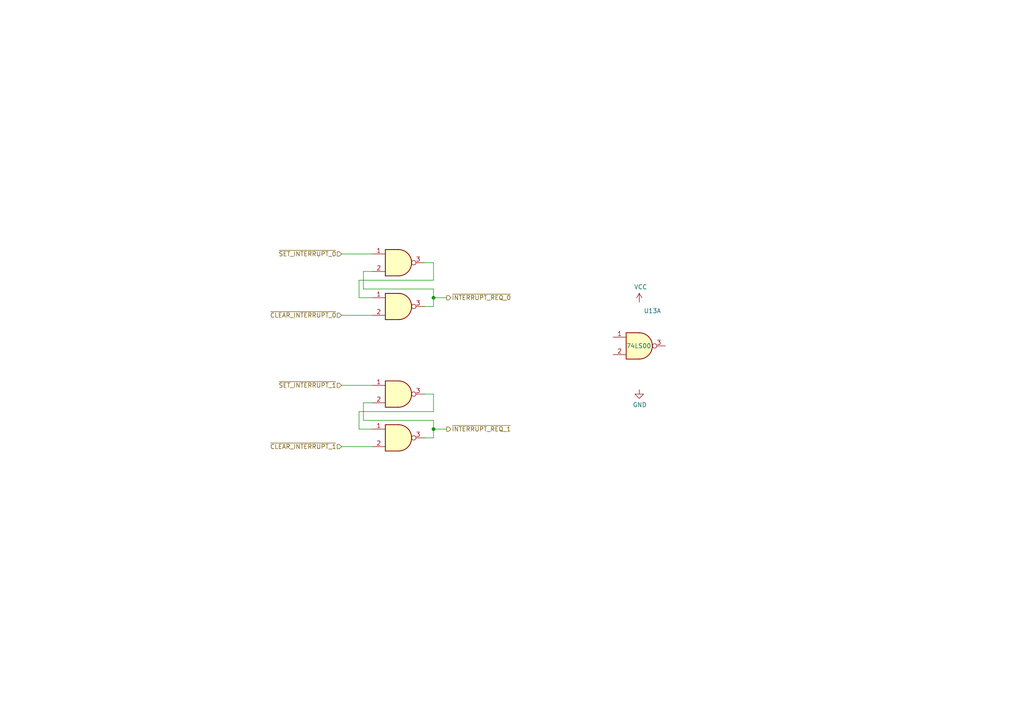
<source format=kicad_sch>
(kicad_sch (version 20211123) (generator eeschema)
  (paper "A4")
  (lib_symbols
    (symbol "74xx:74LS00" (pin_names (offset 1.016))
      (property "Reference" "U" (at 0 1.27 0))
      (property "Value" "74LS00" (at 0 -1.27 0))
      (symbol "74LS00_1_1"
        (arc (start 0 -3.81) (mid 3.81 0) (end 0 3.81) (stroke (width 0.254)) (fill (type background)))
        (polyline (pts (xy 0 3.81) (xy -3.81 3.81) (xy -3.81 -3.81) (xy 0 -3.81)) (stroke (width 0.254)) (fill (type background)))
        (pin input line (at -7.62 2.54 0) (length 3.81) (name "~") (number "1"))
        (pin input line (at -7.62 -2.54 0) (length 3.81) (name "~") (number "2"))
        (pin output inverted (at 7.62 0 180) (length 3.81) (name "~") (number "3"))
      )
      (symbol "74LS00_1_2"
        (arc (start -3.81 -3.81) (mid -2.589 0) (end -3.81 3.81) (stroke (width 0.254)))
        (arc (start -0.6096 -3.81) (mid 2.1855 -2.584) (end 3.81 0) (stroke (width 0.254)) (fill (type background)))
        (polyline (pts (xy -3.81 -3.81) (xy -0.635 -3.81)) (stroke (width 0.254)) (fill (type background)))
        (polyline (pts (xy -3.81 3.81) (xy -0.635 3.81)) (stroke (width 0.254)) (fill (type background)))
        (polyline (pts (xy -0.635 3.81) (xy -3.81 3.81) (xy -3.81 3.81) (xy -3.556 3.4036) (xy -3.0226 2.2606) (xy -2.6924 1.0414) (xy -2.6162 -0.254) (xy -2.7686 -1.4986) (xy -3.175 -2.7178) (xy -3.81 -3.81) (xy -3.81 -3.81) (xy -0.635 -3.81)) (stroke (width -25.4)) (fill (type background)))
        (arc (start 3.81 0) (mid 2.1928 2.5925) (end -0.6096 3.81) (stroke (width 0.254)) (fill (type background)))
        (pin input inverted (at -7.62 2.54 0) (length 4.318) (name "~") (number "1"))
        (pin input inverted (at -7.62 -2.54 0) (length 4.318) (name "~") (number "2"))
        (pin output line (at 7.62 0 180) (length 3.81) (name "~") (number "3"))
      )
      (symbol "74LS00_2_1"
        (arc (start 0 -3.81) (mid 3.81 0) (end 0 3.81) (stroke (width 0.254)) (fill (type background)))
        (polyline (pts (xy 0 3.81) (xy -3.81 3.81) (xy -3.81 -3.81) (xy 0 -3.81)) (stroke (width 0.254)) (fill (type background)))
        (pin input line (at -7.62 2.54 0) (length 3.81) (name "~") (number "4"))
        (pin input line (at -7.62 -2.54 0) (length 3.81) (name "~") (number "5"))
        (pin output inverted (at 7.62 0 180) (length 3.81) (name "~") (number "6"))
      )
      (symbol "74LS00_2_2"
        (arc (start -3.81 -3.81) (mid -2.589 0) (end -3.81 3.81) (stroke (width 0.254)))
        (arc (start -0.6096 -3.81) (mid 2.1855 -2.584) (end 3.81 0) (stroke (width 0.254)) (fill (type background)))
        (polyline (pts (xy -3.81 -3.81) (xy -0.635 -3.81)) (stroke (width 0.254)) (fill (type background)))
        (polyline (pts (xy -3.81 3.81) (xy -0.635 3.81)) (stroke (width 0.254)) (fill (type background)))
        (polyline (pts (xy -0.635 3.81) (xy -3.81 3.81) (xy -3.81 3.81) (xy -3.556 3.4036) (xy -3.0226 2.2606) (xy -2.6924 1.0414) (xy -2.6162 -0.254) (xy -2.7686 -1.4986) (xy -3.175 -2.7178) (xy -3.81 -3.81) (xy -3.81 -3.81) (xy -0.635 -3.81)) (stroke (width -25.4)) (fill (type background)))
        (arc (start 3.81 0) (mid 2.1928 2.5925) (end -0.6096 3.81) (stroke (width 0.254)) (fill (type background)))
        (pin input inverted (at -7.62 2.54 0) (length 4.318) (name "~") (number "4"))
        (pin input inverted (at -7.62 -2.54 0) (length 4.318) (name "~") (number "5"))
        (pin output line (at 7.62 0 180) (length 3.81) (name "~") (number "6"))
      )
      (symbol "74LS00_3_1"
        (arc (start 0 -3.81) (mid 3.81 0) (end 0 3.81) (stroke (width 0.254)) (fill (type background)))
        (polyline (pts (xy 0 3.81) (xy -3.81 3.81) (xy -3.81 -3.81) (xy 0 -3.81)) (stroke (width 0.254)) (fill (type background)))
        (pin input line (at -7.62 -2.54 0) (length 3.81) (name "~") (number "10"))
        (pin output inverted (at 7.62 0 180) (length 3.81) (name "~") (number "8"))
        (pin input line (at -7.62 2.54 0) (length 3.81) (name "~") (number "9"))
      )
      (symbol "74LS00_3_2"
        (arc (start -3.81 -3.81) (mid -2.589 0) (end -3.81 3.81) (stroke (width 0.254)))
        (arc (start -0.6096 -3.81) (mid 2.1855 -2.584) (end 3.81 0) (stroke (width 0.254)) (fill (type background)))
        (polyline (pts (xy -3.81 -3.81) (xy -0.635 -3.81)) (stroke (width 0.254)) (fill (type background)))
        (polyline (pts (xy -3.81 3.81) (xy -0.635 3.81)) (stroke (width 0.254)) (fill (type background)))
        (polyline (pts (xy -0.635 3.81) (xy -3.81 3.81) (xy -3.81 3.81) (xy -3.556 3.4036) (xy -3.0226 2.2606) (xy -2.6924 1.0414) (xy -2.6162 -0.254) (xy -2.7686 -1.4986) (xy -3.175 -2.7178) (xy -3.81 -3.81) (xy -3.81 -3.81) (xy -0.635 -3.81)) (stroke (width -25.4)) (fill (type background)))
        (arc (start 3.81 0) (mid 2.1928 2.5925) (end -0.6096 3.81) (stroke (width 0.254)) (fill (type background)))
        (pin input inverted (at -7.62 -2.54 0) (length 4.318) (name "~") (number "10"))
        (pin output line (at 7.62 0 180) (length 3.81) (name "~") (number "8"))
        (pin input inverted (at -7.62 2.54 0) (length 4.318) (name "~") (number "9"))
      )
      (symbol "74LS00_4_1"
        (arc (start 0 -3.81) (mid 3.81 0) (end 0 3.81) (stroke (width 0.254)) (fill (type background)))
        (polyline (pts (xy 0 3.81) (xy -3.81 3.81) (xy -3.81 -3.81) (xy 0 -3.81)) (stroke (width 0.254)) (fill (type background)))
        (pin output inverted (at 7.62 0 180) (length 3.81) (name "~") (number "11"))
        (pin input line (at -7.62 2.54 0) (length 3.81) (name "~") (number "12"))
        (pin input line (at -7.62 -2.54 0) (length 3.81) (name "~") (number "13"))
      )
      (symbol "74LS00_4_2"
        (arc (start -3.81 -3.81) (mid -2.589 0) (end -3.81 3.81) (stroke (width 0.254)))
        (arc (start -0.6096 -3.81) (mid 2.1855 -2.584) (end 3.81 0) (stroke (width 0.254)) (fill (type background)))
        (polyline (pts (xy -3.81 -3.81) (xy -0.635 -3.81)) (stroke (width 0.254)) (fill (type background)))
        (polyline (pts (xy -3.81 3.81) (xy -0.635 3.81)) (stroke (width 0.254)) (fill (type background)))
        (polyline (pts (xy -0.635 3.81) (xy -3.81 3.81) (xy -3.81 3.81) (xy -3.556 3.4036) (xy -3.0226 2.2606) (xy -2.6924 1.0414) (xy -2.6162 -0.254) (xy -2.7686 -1.4986) (xy -3.175 -2.7178) (xy -3.81 -3.81) (xy -3.81 -3.81) (xy -0.635 -3.81)) (stroke (width -25.4)) (fill (type background)))
        (arc (start 3.81 0) (mid 2.1928 2.5925) (end -0.6096 3.81) (stroke (width 0.254)) (fill (type background)))
        (pin output line (at 7.62 0 180) (length 3.81) (name "~") (number "11"))
        (pin input inverted (at -7.62 2.54 0) (length 4.318) (name "~") (number "12"))
        (pin input inverted (at -7.62 -2.54 0) (length 4.318) (name "~") (number "13"))
      )
      (symbol "74LS00_5_0"
        (pin power_in line (at 0 12.7 270) (length 5.08) (name "VCC") (number "14"))
        (pin power_in line (at 0 -12.7 90) (length 5.08) (name "GND") (number "7"))
      )
      (symbol "74LS00_5_1"
        (rectangle (start -5.08 7.62) (end 5.08 -7.62) (stroke (width 0.254)) (fill (type background)))
      )
    )
    (symbol "power:GND" (power) (pin_names (offset 0))
      (property "Value" "GND" (at 0 -3.81 0))
      (symbol "GND_0_1"
        (polyline (pts (xy 0 0) (xy 0 -1.27) (xy 1.27 -1.27) (xy 0 -2.54) (xy -1.27 -1.27) (xy 0 -1.27)))
      )
      (symbol "GND_1_1"
        (pin power_in line (at 0 0 270) (length 0) hide (name "GND") (number "1"))
      )
    )
    (symbol "power:VCC" (power) (pin_names (offset 0))
      (property "Value" "VCC" (at 0 3.81 0))
      (symbol "VCC_0_1"
        (polyline (pts (xy -0.762 1.27) (xy 0 2.54)))
        (polyline (pts (xy 0 0) (xy 0 2.54)))
        (polyline (pts (xy 0 2.54) (xy 0.762 1.27)))
      )
      (symbol "VCC_1_1"
        (pin power_in line (at 0 0 90) (length 0) hide (name "VCC") (number "1"))
      )
    )
  )
  (junction (at 125.73 124.46))
  (junction (at 125.73 86.36))
  (wire (pts (xy 99.06 111.76) (xy 107.95 111.76)))
  (wire (pts (xy 125.73 86.36) (xy 125.73 83.82)))
  (wire (pts (xy 125.73 124.46) (xy 125.73 121.92)))
  (wire (pts (xy 104.14 86.36) (xy 107.95 86.36)))
  (wire (pts (xy 105.41 121.92) (xy 105.41 116.84)))
  (wire (pts (xy 123.19 114.3) (xy 125.73 114.3)))
  (wire (pts (xy 123.19 76.2) (xy 125.73 76.2)))
  (wire (pts (xy 125.73 114.3) (xy 125.73 119.38)))
  (wire (pts (xy 99.06 129.54) (xy 107.95 129.54)))
  (wire (pts (xy 105.41 83.82) (xy 105.41 78.74)))
  (wire (pts (xy 125.73 127) (xy 125.73 124.46)))
  (wire (pts (xy 105.41 78.74) (xy 107.95 78.74)))
  (wire (pts (xy 99.06 73.66) (xy 107.95 73.66)))
  (wire (pts (xy 129.54 124.46) (xy 125.73 124.46)))
  (wire (pts (xy 104.14 119.38) (xy 104.14 124.46)))
  (wire (pts (xy 125.73 88.9) (xy 125.73 86.36)))
  (wire (pts (xy 104.14 124.46) (xy 107.95 124.46)))
  (wire (pts (xy 104.14 81.28) (xy 104.14 86.36)))
  (wire (pts (xy 99.06 91.44) (xy 107.95 91.44)))
  (wire (pts (xy 129.54 86.36) (xy 125.73 86.36)))
  (wire (pts (xy 125.73 81.28) (xy 104.14 81.28)))
  (wire (pts (xy 105.41 116.84) (xy 107.95 116.84)))
  (wire (pts (xy 125.73 83.82) (xy 105.41 83.82)))
  (wire (pts (xy 123.19 127) (xy 125.73 127)))
  (wire (pts (xy 123.19 88.9) (xy 125.73 88.9)))
  (wire (pts (xy 125.73 76.2) (xy 125.73 81.28)))
  (wire (pts (xy 125.73 119.38) (xy 104.14 119.38)))
  (wire (pts (xy 125.73 121.92) (xy 105.41 121.92)))
  (hierarchical_label "~{CLEAR_INTERRUPT_1}" (shape input) (at 99.06 129.54 180))
  (hierarchical_label "~{SET_INTERRUPT_1}" (shape input) (at 99.06 111.76 180))
  (hierarchical_label "~{SET_INTERRUPT_0}" (shape input) (at 99.06 73.66 180))
  (hierarchical_label "~{INTERRUPT_REQ_0}" (shape output) (at 129.54 86.36 0))
  (hierarchical_label "~{CLEAR_INTERRUPT_0}" (shape input) (at 99.06 91.44 180))
  (hierarchical_label "~{INTERRUPT_REQ_1}" (shape output) (at 129.54 124.46 0))
  (symbol (lib_id "74xx:74LS00") (at 115.57 76.2 0) (unit 1)
    (property "Reference" "U13" (effects hide))
    (property "Value" "74LS00" (effects hide))
    (property "Footprint" "Package_SO:TSSOP-14_4.4x5mm_P0.65mm" (effects hide))
    (property "Datasheet" "http://www.ti.com/lit/gpn/sn74ls00" (effects hide))
  )
  (symbol (lib_id "74xx:74LS00") (at 115.57 88.9 0) (unit 1)
    (property "Reference" "U13" (effects hide))
    (property "Value" "74LS00" (effects hide))
    (property "Footprint" "Package_SO:TSSOP-14_4.4x5mm_P0.65mm" (effects hide))
    (property "Datasheet" "http://www.ti.com/lit/gpn/sn74ls00" (effects hide))
  )
  (symbol (lib_id "74xx:74LS00") (at 115.57 114.3 0) (unit 1)
    (property "Reference" "U13" (effects hide))
    (property "Value" "74LS00" (effects hide))
    (property "Footprint" "Package_SO:TSSOP-14_4.4x5mm_P0.65mm" (effects hide))
    (property "Datasheet" "http://www.ti.com/lit/gpn/sn74ls00" (effects hide))
  )
  (symbol (lib_id "74xx:74LS00") (at 115.57 127 0) (unit 1)
    (property "Reference" "U13" (effects hide))
    (property "Value" "74LS00" (effects hide))
    (property "Footprint" "Package_SO:TSSOP-14_4.4x5mm_P0.65mm" (effects hide))
    (property "Datasheet" "http://www.ti.com/lit/gpn/sn74ls00" (effects hide))
  )
  (symbol (lib_id "74xx:74LS00") (at 185.42 100.33 0) (unit 1)
    (property "Reference" "U13" (at 186.69 90.17 0) (effects (justify left)))
    (property "Value" "74LS00" (at 181.61 100.33 0) (effects (justify left)))
    (property "Footprint" "Package_SO:TSSOP-14_4.4x5mm_P0.65mm" (effects hide))
    (property "Datasheet" "http://www.ti.com/lit/gpn/sn74ls00" (effects hide))
  )
  (symbol (lib_id "power:GND") (at 185.42 113.03 0) (unit 1)
    (property "Reference" "#PWR0139" (effects hide))
    (property "Value" "GND" (at 185.547 117.4242 0))
  )
  (symbol (lib_id "power:VCC") (at 185.42 87.63 0) (unit 1)
    (property "Reference" "#PWR0140" (effects hide))
    (property "Value" "VCC" (at 185.801 83.2358 0))
  )
)
</source>
